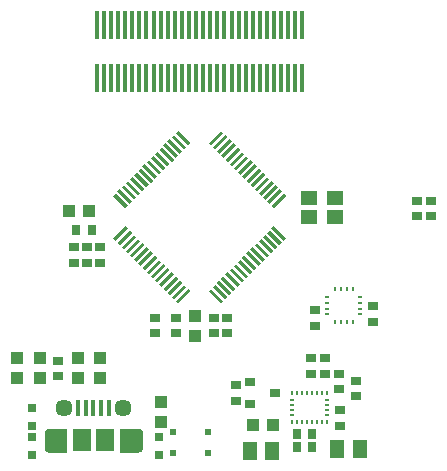
<source format=gtp>
G75*
%MOIN*%
%OFA0B0*%
%FSLAX25Y25*%
%IPPOS*%
%LPD*%
%AMOC8*
5,1,8,0,0,1.08239X$1,22.5*
%
%ADD10R,0.03937X0.04331*%
%ADD11R,0.01378X0.09646*%
%ADD12R,0.03150X0.03150*%
%ADD13R,0.04331X0.03937*%
%ADD14R,0.02756X0.03543*%
%ADD15R,0.03543X0.02756*%
%ADD16R,0.01100X0.05800*%
%ADD17R,0.05512X0.04724*%
%ADD18R,0.00984X0.01575*%
%ADD19R,0.01575X0.00984*%
%ADD20R,0.05906X0.07480*%
%ADD21R,0.01575X0.05315*%
%ADD22C,0.05709*%
%ADD23C,0.00039*%
%ADD24R,0.01063X0.01772*%
%ADD25R,0.01772X0.01063*%
%ADD26R,0.05118X0.05906*%
%ADD27R,0.03543X0.03150*%
%ADD28R,0.02165X0.02362*%
D10*
X0023898Y0036425D03*
X0023898Y0043118D03*
X0031772Y0043118D03*
X0031772Y0036425D03*
X0044370Y0036425D03*
X0044370Y0043118D03*
X0051850Y0043118D03*
X0051850Y0036425D03*
X0071929Y0028551D03*
X0071929Y0021858D03*
X0083346Y0050598D03*
X0083346Y0057291D03*
D11*
X0083740Y0136524D03*
X0081378Y0136524D03*
X0079016Y0136524D03*
X0076654Y0136524D03*
X0074291Y0136524D03*
X0071929Y0136524D03*
X0069567Y0136524D03*
X0067205Y0136524D03*
X0064843Y0136524D03*
X0062480Y0136524D03*
X0060118Y0136524D03*
X0057756Y0136524D03*
X0055394Y0136524D03*
X0053031Y0136524D03*
X0050669Y0136524D03*
X0050669Y0154043D03*
X0053031Y0154043D03*
X0055394Y0154043D03*
X0057756Y0154043D03*
X0060118Y0154043D03*
X0062480Y0154043D03*
X0064843Y0154043D03*
X0067205Y0154043D03*
X0069567Y0154043D03*
X0071929Y0154043D03*
X0074291Y0154043D03*
X0076654Y0154043D03*
X0079016Y0154043D03*
X0081378Y0154043D03*
X0083740Y0154043D03*
X0086102Y0154043D03*
X0088465Y0154043D03*
X0090827Y0154043D03*
X0093189Y0154043D03*
X0095551Y0154043D03*
X0097913Y0154043D03*
X0100276Y0154043D03*
X0102638Y0154043D03*
X0105000Y0154043D03*
X0107362Y0154043D03*
X0109724Y0154043D03*
X0112087Y0154043D03*
X0114449Y0154043D03*
X0116811Y0154043D03*
X0119173Y0154043D03*
X0119173Y0136524D03*
X0116811Y0136524D03*
X0114449Y0136524D03*
X0112087Y0136524D03*
X0109724Y0136524D03*
X0107362Y0136524D03*
X0105000Y0136524D03*
X0102638Y0136524D03*
X0100276Y0136524D03*
X0097913Y0136524D03*
X0095551Y0136524D03*
X0093189Y0136524D03*
X0090827Y0136524D03*
X0088465Y0136524D03*
X0086102Y0136524D03*
D12*
X0029016Y0010835D03*
X0029016Y0016740D03*
X0029016Y0020677D03*
X0029016Y0026583D03*
X0071535Y0016740D03*
X0071535Y0010835D03*
D13*
X0102835Y0020874D03*
X0109528Y0020874D03*
X0048110Y0092134D03*
X0041417Y0092134D03*
D14*
X0043780Y0085835D03*
X0048898Y0085835D03*
X0117402Y0017724D03*
X0117402Y0013394D03*
X0122520Y0013394D03*
X0122520Y0017724D03*
D15*
X0131772Y0020677D03*
X0131772Y0025795D03*
X0136890Y0030520D03*
X0136890Y0035638D03*
X0131457Y0038000D03*
X0126772Y0038000D03*
X0122008Y0038000D03*
X0122008Y0043118D03*
X0126772Y0043118D03*
X0131457Y0032882D03*
X0123465Y0053984D03*
X0123465Y0059102D03*
X0142795Y0060441D03*
X0142795Y0055323D03*
X0157362Y0090362D03*
X0162087Y0090362D03*
X0162087Y0095480D03*
X0157362Y0095480D03*
X0097126Y0034063D03*
X0097126Y0028945D03*
X0093976Y0051386D03*
X0089646Y0051386D03*
X0089646Y0056504D03*
X0093976Y0056504D03*
X0077047Y0056504D03*
X0077047Y0051386D03*
X0069961Y0051386D03*
X0069961Y0056504D03*
X0051850Y0075008D03*
X0047520Y0075008D03*
X0047520Y0080126D03*
X0051850Y0080126D03*
X0043189Y0080126D03*
X0043189Y0075008D03*
X0037677Y0042331D03*
X0037677Y0037213D03*
D16*
G36*
X0070815Y0068352D02*
X0070037Y0069130D01*
X0074137Y0073230D01*
X0074915Y0072452D01*
X0070815Y0068352D01*
G37*
G36*
X0072229Y0066937D02*
X0071451Y0067715D01*
X0075551Y0071815D01*
X0076329Y0071037D01*
X0072229Y0066937D01*
G37*
G36*
X0073644Y0065523D02*
X0072866Y0066301D01*
X0076966Y0070401D01*
X0077744Y0069623D01*
X0073644Y0065523D01*
G37*
G36*
X0074987Y0064180D02*
X0074209Y0064958D01*
X0078309Y0069058D01*
X0079087Y0068280D01*
X0074987Y0064180D01*
G37*
G36*
X0076401Y0062765D02*
X0075623Y0063543D01*
X0079723Y0067643D01*
X0080501Y0066865D01*
X0076401Y0062765D01*
G37*
G36*
X0077816Y0061351D02*
X0077038Y0062129D01*
X0081138Y0066229D01*
X0081916Y0065451D01*
X0077816Y0061351D01*
G37*
G36*
X0069472Y0069695D02*
X0068694Y0070473D01*
X0072794Y0074573D01*
X0073572Y0073795D01*
X0069472Y0069695D01*
G37*
G36*
X0068057Y0071109D02*
X0067279Y0071887D01*
X0071379Y0075987D01*
X0072157Y0075209D01*
X0068057Y0071109D01*
G37*
G36*
X0066643Y0072524D02*
X0065865Y0073302D01*
X0069965Y0077402D01*
X0070743Y0076624D01*
X0066643Y0072524D01*
G37*
G36*
X0065229Y0073938D02*
X0064451Y0074716D01*
X0068551Y0078816D01*
X0069329Y0078038D01*
X0065229Y0073938D01*
G37*
G36*
X0063886Y0075281D02*
X0063108Y0076059D01*
X0067208Y0080159D01*
X0067986Y0079381D01*
X0063886Y0075281D01*
G37*
G36*
X0062471Y0076695D02*
X0061693Y0077473D01*
X0065793Y0081573D01*
X0066571Y0080795D01*
X0062471Y0076695D01*
G37*
G36*
X0061057Y0078110D02*
X0060279Y0078888D01*
X0064379Y0082988D01*
X0065157Y0082210D01*
X0061057Y0078110D01*
G37*
G36*
X0059714Y0079453D02*
X0058936Y0080231D01*
X0063036Y0084331D01*
X0063814Y0083553D01*
X0059714Y0079453D01*
G37*
G36*
X0058299Y0080867D02*
X0057521Y0081645D01*
X0061621Y0085745D01*
X0062399Y0084967D01*
X0058299Y0080867D01*
G37*
G36*
X0056885Y0082282D02*
X0056107Y0083060D01*
X0060207Y0087160D01*
X0060985Y0086382D01*
X0056885Y0082282D01*
G37*
G36*
X0056107Y0097271D02*
X0056885Y0098049D01*
X0060985Y0093949D01*
X0060207Y0093171D01*
X0056107Y0097271D01*
G37*
G36*
X0057521Y0098685D02*
X0058299Y0099463D01*
X0062399Y0095363D01*
X0061621Y0094585D01*
X0057521Y0098685D01*
G37*
G36*
X0058936Y0100099D02*
X0059714Y0100877D01*
X0063814Y0096777D01*
X0063036Y0095999D01*
X0058936Y0100099D01*
G37*
G36*
X0060279Y0101443D02*
X0061057Y0102221D01*
X0065157Y0098121D01*
X0064379Y0097343D01*
X0060279Y0101443D01*
G37*
G36*
X0061693Y0102857D02*
X0062471Y0103635D01*
X0066571Y0099535D01*
X0065793Y0098757D01*
X0061693Y0102857D01*
G37*
G36*
X0063108Y0104271D02*
X0063886Y0105049D01*
X0067986Y0100949D01*
X0067208Y0100171D01*
X0063108Y0104271D01*
G37*
G36*
X0064451Y0105615D02*
X0065229Y0106393D01*
X0069329Y0102293D01*
X0068551Y0101515D01*
X0064451Y0105615D01*
G37*
G36*
X0065865Y0107029D02*
X0066643Y0107807D01*
X0070743Y0103707D01*
X0069965Y0102929D01*
X0065865Y0107029D01*
G37*
G36*
X0067279Y0108443D02*
X0068057Y0109221D01*
X0072157Y0105121D01*
X0071379Y0104343D01*
X0067279Y0108443D01*
G37*
G36*
X0068694Y0109858D02*
X0069472Y0110636D01*
X0073572Y0106536D01*
X0072794Y0105758D01*
X0068694Y0109858D01*
G37*
G36*
X0070037Y0111201D02*
X0070815Y0111979D01*
X0074915Y0107879D01*
X0074137Y0107101D01*
X0070037Y0111201D01*
G37*
G36*
X0071451Y0112615D02*
X0072229Y0113393D01*
X0076329Y0109293D01*
X0075551Y0108515D01*
X0071451Y0112615D01*
G37*
G36*
X0072866Y0114030D02*
X0073644Y0114808D01*
X0077744Y0110708D01*
X0076966Y0109930D01*
X0072866Y0114030D01*
G37*
G36*
X0074209Y0115373D02*
X0074987Y0116151D01*
X0079087Y0112051D01*
X0078309Y0111273D01*
X0074209Y0115373D01*
G37*
G36*
X0075623Y0116787D02*
X0076401Y0117565D01*
X0080501Y0113465D01*
X0079723Y0112687D01*
X0075623Y0116787D01*
G37*
G36*
X0077038Y0118201D02*
X0077816Y0118979D01*
X0081916Y0114879D01*
X0081138Y0114101D01*
X0077038Y0118201D01*
G37*
G36*
X0088705Y0114101D02*
X0087927Y0114879D01*
X0092027Y0118979D01*
X0092805Y0118201D01*
X0088705Y0114101D01*
G37*
G36*
X0090119Y0112687D02*
X0089341Y0113465D01*
X0093441Y0117565D01*
X0094219Y0116787D01*
X0090119Y0112687D01*
G37*
G36*
X0091533Y0111273D02*
X0090755Y0112051D01*
X0094855Y0116151D01*
X0095633Y0115373D01*
X0091533Y0111273D01*
G37*
G36*
X0092877Y0109930D02*
X0092099Y0110708D01*
X0096199Y0114808D01*
X0096977Y0114030D01*
X0092877Y0109930D01*
G37*
G36*
X0094291Y0108515D02*
X0093513Y0109293D01*
X0097613Y0113393D01*
X0098391Y0112615D01*
X0094291Y0108515D01*
G37*
G36*
X0095705Y0107101D02*
X0094927Y0107879D01*
X0099027Y0111979D01*
X0099805Y0111201D01*
X0095705Y0107101D01*
G37*
G36*
X0097049Y0105758D02*
X0096271Y0106536D01*
X0100371Y0110636D01*
X0101149Y0109858D01*
X0097049Y0105758D01*
G37*
G36*
X0098463Y0104343D02*
X0097685Y0105121D01*
X0101785Y0109221D01*
X0102563Y0108443D01*
X0098463Y0104343D01*
G37*
G36*
X0099877Y0102929D02*
X0099099Y0103707D01*
X0103199Y0107807D01*
X0103977Y0107029D01*
X0099877Y0102929D01*
G37*
G36*
X0101291Y0101515D02*
X0100513Y0102293D01*
X0104613Y0106393D01*
X0105391Y0105615D01*
X0101291Y0101515D01*
G37*
G36*
X0102635Y0100171D02*
X0101857Y0100949D01*
X0105957Y0105049D01*
X0106735Y0104271D01*
X0102635Y0100171D01*
G37*
G36*
X0104049Y0098757D02*
X0103271Y0099535D01*
X0107371Y0103635D01*
X0108149Y0102857D01*
X0104049Y0098757D01*
G37*
G36*
X0105463Y0097343D02*
X0104685Y0098121D01*
X0108785Y0102221D01*
X0109563Y0101443D01*
X0105463Y0097343D01*
G37*
G36*
X0106807Y0095999D02*
X0106029Y0096777D01*
X0110129Y0100877D01*
X0110907Y0100099D01*
X0106807Y0095999D01*
G37*
G36*
X0108221Y0094585D02*
X0107443Y0095363D01*
X0111543Y0099463D01*
X0112321Y0098685D01*
X0108221Y0094585D01*
G37*
G36*
X0109635Y0093171D02*
X0108857Y0093949D01*
X0112957Y0098049D01*
X0113735Y0097271D01*
X0109635Y0093171D01*
G37*
G36*
X0108857Y0086382D02*
X0109635Y0087160D01*
X0113735Y0083060D01*
X0112957Y0082282D01*
X0108857Y0086382D01*
G37*
G36*
X0107443Y0084967D02*
X0108221Y0085745D01*
X0112321Y0081645D01*
X0111543Y0080867D01*
X0107443Y0084967D01*
G37*
G36*
X0106029Y0083553D02*
X0106807Y0084331D01*
X0110907Y0080231D01*
X0110129Y0079453D01*
X0106029Y0083553D01*
G37*
G36*
X0104685Y0082210D02*
X0105463Y0082988D01*
X0109563Y0078888D01*
X0108785Y0078110D01*
X0104685Y0082210D01*
G37*
G36*
X0103271Y0080795D02*
X0104049Y0081573D01*
X0108149Y0077473D01*
X0107371Y0076695D01*
X0103271Y0080795D01*
G37*
G36*
X0101857Y0079381D02*
X0102635Y0080159D01*
X0106735Y0076059D01*
X0105957Y0075281D01*
X0101857Y0079381D01*
G37*
G36*
X0100513Y0078038D02*
X0101291Y0078816D01*
X0105391Y0074716D01*
X0104613Y0073938D01*
X0100513Y0078038D01*
G37*
G36*
X0099099Y0076624D02*
X0099877Y0077402D01*
X0103977Y0073302D01*
X0103199Y0072524D01*
X0099099Y0076624D01*
G37*
G36*
X0097685Y0075209D02*
X0098463Y0075987D01*
X0102563Y0071887D01*
X0101785Y0071109D01*
X0097685Y0075209D01*
G37*
G36*
X0096271Y0073795D02*
X0097049Y0074573D01*
X0101149Y0070473D01*
X0100371Y0069695D01*
X0096271Y0073795D01*
G37*
G36*
X0094927Y0072452D02*
X0095705Y0073230D01*
X0099805Y0069130D01*
X0099027Y0068352D01*
X0094927Y0072452D01*
G37*
G36*
X0093513Y0071037D02*
X0094291Y0071815D01*
X0098391Y0067715D01*
X0097613Y0066937D01*
X0093513Y0071037D01*
G37*
G36*
X0092099Y0069623D02*
X0092877Y0070401D01*
X0096977Y0066301D01*
X0096199Y0065523D01*
X0092099Y0069623D01*
G37*
G36*
X0090755Y0068280D02*
X0091533Y0069058D01*
X0095633Y0064958D01*
X0094855Y0064180D01*
X0090755Y0068280D01*
G37*
G36*
X0089341Y0066865D02*
X0090119Y0067643D01*
X0094219Y0063543D01*
X0093441Y0062765D01*
X0089341Y0066865D01*
G37*
G36*
X0087927Y0065451D02*
X0088705Y0066229D01*
X0092805Y0062129D01*
X0092027Y0061351D01*
X0087927Y0065451D01*
G37*
D17*
X0121220Y0090205D03*
X0121220Y0096504D03*
X0129882Y0096504D03*
X0129882Y0090205D03*
D18*
X0130000Y0066150D03*
X0131969Y0066150D03*
X0133937Y0066150D03*
X0135906Y0066150D03*
X0135906Y0055126D03*
X0133937Y0055126D03*
X0131969Y0055126D03*
X0130000Y0055126D03*
D19*
X0127441Y0057685D03*
X0127441Y0059654D03*
X0127441Y0061622D03*
X0127441Y0063591D03*
X0138465Y0063591D03*
X0138465Y0061622D03*
X0138465Y0059654D03*
X0138465Y0057685D03*
D20*
X0053425Y0015756D03*
X0045551Y0015756D03*
D21*
X0044370Y0026386D03*
X0046929Y0026386D03*
X0049488Y0026386D03*
X0052047Y0026386D03*
X0054606Y0026386D03*
D22*
X0059331Y0026386D03*
X0039646Y0026386D03*
D23*
X0040433Y0019496D02*
X0034528Y0019496D01*
X0034265Y0019466D01*
X0034015Y0019379D01*
X0033791Y0019238D01*
X0033604Y0019051D01*
X0033463Y0018827D01*
X0033376Y0018578D01*
X0033346Y0018315D01*
X0033346Y0013197D01*
X0033376Y0012934D01*
X0033463Y0012684D01*
X0033604Y0012460D01*
X0033791Y0012273D01*
X0034015Y0012133D01*
X0034265Y0012045D01*
X0034528Y0012016D01*
X0040433Y0012016D01*
X0040433Y0019496D01*
X0040433Y0019459D02*
X0034243Y0019459D01*
X0034134Y0019421D02*
X0040433Y0019421D01*
X0040433Y0019383D02*
X0034026Y0019383D01*
X0033961Y0019345D02*
X0040433Y0019345D01*
X0040433Y0019307D02*
X0033901Y0019307D01*
X0033840Y0019269D02*
X0040433Y0019269D01*
X0040433Y0019231D02*
X0033784Y0019231D01*
X0033746Y0019194D02*
X0040433Y0019194D01*
X0040433Y0019156D02*
X0033708Y0019156D01*
X0033671Y0019118D02*
X0040433Y0019118D01*
X0040433Y0019080D02*
X0033633Y0019080D01*
X0033598Y0019042D02*
X0040433Y0019042D01*
X0040433Y0019004D02*
X0033574Y0019004D01*
X0033551Y0018966D02*
X0040433Y0018966D01*
X0040433Y0018928D02*
X0033527Y0018928D01*
X0033503Y0018890D02*
X0040433Y0018890D01*
X0040433Y0018853D02*
X0033479Y0018853D01*
X0033459Y0018815D02*
X0040433Y0018815D01*
X0040433Y0018777D02*
X0033446Y0018777D01*
X0033432Y0018739D02*
X0040433Y0018739D01*
X0040433Y0018701D02*
X0033419Y0018701D01*
X0033406Y0018663D02*
X0040433Y0018663D01*
X0040433Y0018625D02*
X0033393Y0018625D01*
X0033379Y0018587D02*
X0040433Y0018587D01*
X0040433Y0018550D02*
X0033373Y0018550D01*
X0033369Y0018512D02*
X0040433Y0018512D01*
X0040433Y0018474D02*
X0033364Y0018474D01*
X0033360Y0018436D02*
X0040433Y0018436D01*
X0040433Y0018398D02*
X0033356Y0018398D01*
X0033352Y0018360D02*
X0040433Y0018360D01*
X0040433Y0018322D02*
X0033347Y0018322D01*
X0033346Y0018284D02*
X0040433Y0018284D01*
X0040433Y0018247D02*
X0033346Y0018247D01*
X0033346Y0018209D02*
X0040433Y0018209D01*
X0040433Y0018171D02*
X0033346Y0018171D01*
X0033346Y0018133D02*
X0040433Y0018133D01*
X0040433Y0018095D02*
X0033346Y0018095D01*
X0033346Y0018057D02*
X0040433Y0018057D01*
X0040433Y0018019D02*
X0033346Y0018019D01*
X0033346Y0017981D02*
X0040433Y0017981D01*
X0040433Y0017943D02*
X0033346Y0017943D01*
X0033346Y0017906D02*
X0040433Y0017906D01*
X0040433Y0017868D02*
X0033346Y0017868D01*
X0033346Y0017830D02*
X0040433Y0017830D01*
X0040433Y0017792D02*
X0033346Y0017792D01*
X0033346Y0017754D02*
X0040433Y0017754D01*
X0040433Y0017716D02*
X0033346Y0017716D01*
X0033346Y0017678D02*
X0040433Y0017678D01*
X0040433Y0017640D02*
X0033346Y0017640D01*
X0033346Y0017603D02*
X0040433Y0017603D01*
X0040433Y0017565D02*
X0033346Y0017565D01*
X0033346Y0017527D02*
X0040433Y0017527D01*
X0040433Y0017489D02*
X0033346Y0017489D01*
X0033346Y0017451D02*
X0040433Y0017451D01*
X0040433Y0017413D02*
X0033346Y0017413D01*
X0033346Y0017375D02*
X0040433Y0017375D01*
X0040433Y0017337D02*
X0033346Y0017337D01*
X0033346Y0017299D02*
X0040433Y0017299D01*
X0040433Y0017262D02*
X0033346Y0017262D01*
X0033346Y0017224D02*
X0040433Y0017224D01*
X0040433Y0017186D02*
X0033346Y0017186D01*
X0033346Y0017148D02*
X0040433Y0017148D01*
X0040433Y0017110D02*
X0033346Y0017110D01*
X0033346Y0017072D02*
X0040433Y0017072D01*
X0040433Y0017034D02*
X0033346Y0017034D01*
X0033346Y0016996D02*
X0040433Y0016996D01*
X0040433Y0016959D02*
X0033346Y0016959D01*
X0033346Y0016921D02*
X0040433Y0016921D01*
X0040433Y0016883D02*
X0033346Y0016883D01*
X0033346Y0016845D02*
X0040433Y0016845D01*
X0040433Y0016807D02*
X0033346Y0016807D01*
X0033346Y0016769D02*
X0040433Y0016769D01*
X0040433Y0016731D02*
X0033346Y0016731D01*
X0033346Y0016693D02*
X0040433Y0016693D01*
X0040433Y0016655D02*
X0033346Y0016655D01*
X0033346Y0016618D02*
X0040433Y0016618D01*
X0040433Y0016580D02*
X0033346Y0016580D01*
X0033346Y0016542D02*
X0040433Y0016542D01*
X0040433Y0016504D02*
X0033346Y0016504D01*
X0033346Y0016466D02*
X0040433Y0016466D01*
X0040433Y0016428D02*
X0033346Y0016428D01*
X0033346Y0016390D02*
X0040433Y0016390D01*
X0040433Y0016352D02*
X0033346Y0016352D01*
X0033346Y0016315D02*
X0040433Y0016315D01*
X0040433Y0016277D02*
X0033346Y0016277D01*
X0033346Y0016239D02*
X0040433Y0016239D01*
X0040433Y0016201D02*
X0033346Y0016201D01*
X0033346Y0016163D02*
X0040433Y0016163D01*
X0040433Y0016125D02*
X0033346Y0016125D01*
X0033346Y0016087D02*
X0040433Y0016087D01*
X0040433Y0016049D02*
X0033346Y0016049D01*
X0033346Y0016012D02*
X0040433Y0016012D01*
X0040433Y0015974D02*
X0033346Y0015974D01*
X0033346Y0015936D02*
X0040433Y0015936D01*
X0040433Y0015898D02*
X0033346Y0015898D01*
X0033346Y0015860D02*
X0040433Y0015860D01*
X0040433Y0015822D02*
X0033346Y0015822D01*
X0033346Y0015784D02*
X0040433Y0015784D01*
X0040433Y0015746D02*
X0033346Y0015746D01*
X0033346Y0015708D02*
X0040433Y0015708D01*
X0040433Y0015671D02*
X0033346Y0015671D01*
X0033346Y0015633D02*
X0040433Y0015633D01*
X0040433Y0015595D02*
X0033346Y0015595D01*
X0033346Y0015557D02*
X0040433Y0015557D01*
X0040433Y0015519D02*
X0033346Y0015519D01*
X0033346Y0015481D02*
X0040433Y0015481D01*
X0040433Y0015443D02*
X0033346Y0015443D01*
X0033346Y0015405D02*
X0040433Y0015405D01*
X0040433Y0015368D02*
X0033346Y0015368D01*
X0033346Y0015330D02*
X0040433Y0015330D01*
X0040433Y0015292D02*
X0033346Y0015292D01*
X0033346Y0015254D02*
X0040433Y0015254D01*
X0040433Y0015216D02*
X0033346Y0015216D01*
X0033346Y0015178D02*
X0040433Y0015178D01*
X0040433Y0015140D02*
X0033346Y0015140D01*
X0033346Y0015102D02*
X0040433Y0015102D01*
X0040433Y0015064D02*
X0033346Y0015064D01*
X0033346Y0015027D02*
X0040433Y0015027D01*
X0040433Y0014989D02*
X0033346Y0014989D01*
X0033346Y0014951D02*
X0040433Y0014951D01*
X0040433Y0014913D02*
X0033346Y0014913D01*
X0033346Y0014875D02*
X0040433Y0014875D01*
X0040433Y0014837D02*
X0033346Y0014837D01*
X0033346Y0014799D02*
X0040433Y0014799D01*
X0040433Y0014761D02*
X0033346Y0014761D01*
X0033346Y0014724D02*
X0040433Y0014724D01*
X0040433Y0014686D02*
X0033346Y0014686D01*
X0033346Y0014648D02*
X0040433Y0014648D01*
X0040433Y0014610D02*
X0033346Y0014610D01*
X0033346Y0014572D02*
X0040433Y0014572D01*
X0040433Y0014534D02*
X0033346Y0014534D01*
X0033346Y0014496D02*
X0040433Y0014496D01*
X0040433Y0014458D02*
X0033346Y0014458D01*
X0033346Y0014420D02*
X0040433Y0014420D01*
X0040433Y0014383D02*
X0033346Y0014383D01*
X0033346Y0014345D02*
X0040433Y0014345D01*
X0040433Y0014307D02*
X0033346Y0014307D01*
X0033346Y0014269D02*
X0040433Y0014269D01*
X0040433Y0014231D02*
X0033346Y0014231D01*
X0033346Y0014193D02*
X0040433Y0014193D01*
X0040433Y0014155D02*
X0033346Y0014155D01*
X0033346Y0014117D02*
X0040433Y0014117D01*
X0040433Y0014080D02*
X0033346Y0014080D01*
X0033346Y0014042D02*
X0040433Y0014042D01*
X0040433Y0014004D02*
X0033346Y0014004D01*
X0033346Y0013966D02*
X0040433Y0013966D01*
X0040433Y0013928D02*
X0033346Y0013928D01*
X0033346Y0013890D02*
X0040433Y0013890D01*
X0040433Y0013852D02*
X0033346Y0013852D01*
X0033346Y0013814D02*
X0040433Y0013814D01*
X0040433Y0013777D02*
X0033346Y0013777D01*
X0033346Y0013739D02*
X0040433Y0013739D01*
X0040433Y0013701D02*
X0033346Y0013701D01*
X0033346Y0013663D02*
X0040433Y0013663D01*
X0040433Y0013625D02*
X0033346Y0013625D01*
X0033346Y0013587D02*
X0040433Y0013587D01*
X0040433Y0013549D02*
X0033346Y0013549D01*
X0033346Y0013511D02*
X0040433Y0013511D01*
X0040433Y0013473D02*
X0033346Y0013473D01*
X0033346Y0013436D02*
X0040433Y0013436D01*
X0040433Y0013398D02*
X0033346Y0013398D01*
X0033346Y0013360D02*
X0040433Y0013360D01*
X0040433Y0013322D02*
X0033346Y0013322D01*
X0033346Y0013284D02*
X0040433Y0013284D01*
X0040433Y0013246D02*
X0033346Y0013246D01*
X0033346Y0013208D02*
X0040433Y0013208D01*
X0040433Y0013170D02*
X0033349Y0013170D01*
X0033354Y0013133D02*
X0040433Y0013133D01*
X0040433Y0013095D02*
X0033358Y0013095D01*
X0033362Y0013057D02*
X0040433Y0013057D01*
X0040433Y0013019D02*
X0033366Y0013019D01*
X0033371Y0012981D02*
X0040433Y0012981D01*
X0040433Y0012943D02*
X0033375Y0012943D01*
X0033386Y0012905D02*
X0040433Y0012905D01*
X0040433Y0012867D02*
X0033399Y0012867D01*
X0033413Y0012829D02*
X0040433Y0012829D01*
X0040433Y0012792D02*
X0033426Y0012792D01*
X0033439Y0012754D02*
X0040433Y0012754D01*
X0040433Y0012716D02*
X0033452Y0012716D01*
X0033467Y0012678D02*
X0040433Y0012678D01*
X0040433Y0012640D02*
X0033491Y0012640D01*
X0033515Y0012602D02*
X0040433Y0012602D01*
X0040433Y0012564D02*
X0033539Y0012564D01*
X0033563Y0012526D02*
X0040433Y0012526D01*
X0040433Y0012489D02*
X0033586Y0012489D01*
X0033614Y0012451D02*
X0040433Y0012451D01*
X0040433Y0012413D02*
X0033652Y0012413D01*
X0033690Y0012375D02*
X0040433Y0012375D01*
X0040433Y0012337D02*
X0033728Y0012337D01*
X0033765Y0012299D02*
X0040433Y0012299D01*
X0040433Y0012261D02*
X0033811Y0012261D01*
X0033871Y0012223D02*
X0040433Y0012223D01*
X0040433Y0012185D02*
X0033931Y0012185D01*
X0033991Y0012148D02*
X0040433Y0012148D01*
X0040433Y0012110D02*
X0034081Y0012110D01*
X0034189Y0012072D02*
X0040433Y0012072D01*
X0040433Y0012034D02*
X0034366Y0012034D01*
X0058543Y0012034D02*
X0064610Y0012034D01*
X0064712Y0012045D02*
X0064961Y0012133D01*
X0065185Y0012273D01*
X0065372Y0012460D01*
X0065513Y0012684D01*
X0065600Y0012934D01*
X0065630Y0013197D01*
X0065630Y0018315D01*
X0065600Y0018578D01*
X0065513Y0018827D01*
X0065372Y0019051D01*
X0065185Y0019238D01*
X0064961Y0019379D01*
X0064712Y0019466D01*
X0064449Y0019496D01*
X0058543Y0019496D01*
X0058543Y0012016D01*
X0064449Y0012016D01*
X0064712Y0012045D01*
X0064787Y0012072D02*
X0058543Y0012072D01*
X0058543Y0012110D02*
X0064896Y0012110D01*
X0064985Y0012148D02*
X0058543Y0012148D01*
X0058543Y0012185D02*
X0065045Y0012185D01*
X0065106Y0012223D02*
X0058543Y0012223D01*
X0058543Y0012261D02*
X0065166Y0012261D01*
X0065211Y0012299D02*
X0058543Y0012299D01*
X0058543Y0012337D02*
X0065249Y0012337D01*
X0065287Y0012375D02*
X0058543Y0012375D01*
X0058543Y0012413D02*
X0065325Y0012413D01*
X0065362Y0012451D02*
X0058543Y0012451D01*
X0058543Y0012489D02*
X0065390Y0012489D01*
X0065414Y0012526D02*
X0058543Y0012526D01*
X0058543Y0012564D02*
X0065437Y0012564D01*
X0065461Y0012602D02*
X0058543Y0012602D01*
X0058543Y0012640D02*
X0065485Y0012640D01*
X0065509Y0012678D02*
X0058543Y0012678D01*
X0058543Y0012716D02*
X0065524Y0012716D01*
X0065537Y0012754D02*
X0058543Y0012754D01*
X0058543Y0012792D02*
X0065550Y0012792D01*
X0065564Y0012829D02*
X0058543Y0012829D01*
X0058543Y0012867D02*
X0065577Y0012867D01*
X0065590Y0012905D02*
X0058543Y0012905D01*
X0058543Y0012943D02*
X0065601Y0012943D01*
X0065606Y0012981D02*
X0058543Y0012981D01*
X0058543Y0013019D02*
X0065610Y0013019D01*
X0065614Y0013057D02*
X0058543Y0013057D01*
X0058543Y0013095D02*
X0065618Y0013095D01*
X0065623Y0013133D02*
X0058543Y0013133D01*
X0058543Y0013170D02*
X0065627Y0013170D01*
X0065630Y0013208D02*
X0058543Y0013208D01*
X0058543Y0013246D02*
X0065630Y0013246D01*
X0065630Y0013284D02*
X0058543Y0013284D01*
X0058543Y0013322D02*
X0065630Y0013322D01*
X0065630Y0013360D02*
X0058543Y0013360D01*
X0058543Y0013398D02*
X0065630Y0013398D01*
X0065630Y0013436D02*
X0058543Y0013436D01*
X0058543Y0013473D02*
X0065630Y0013473D01*
X0065630Y0013511D02*
X0058543Y0013511D01*
X0058543Y0013549D02*
X0065630Y0013549D01*
X0065630Y0013587D02*
X0058543Y0013587D01*
X0058543Y0013625D02*
X0065630Y0013625D01*
X0065630Y0013663D02*
X0058543Y0013663D01*
X0058543Y0013701D02*
X0065630Y0013701D01*
X0065630Y0013739D02*
X0058543Y0013739D01*
X0058543Y0013777D02*
X0065630Y0013777D01*
X0065630Y0013814D02*
X0058543Y0013814D01*
X0058543Y0013852D02*
X0065630Y0013852D01*
X0065630Y0013890D02*
X0058543Y0013890D01*
X0058543Y0013928D02*
X0065630Y0013928D01*
X0065630Y0013966D02*
X0058543Y0013966D01*
X0058543Y0014004D02*
X0065630Y0014004D01*
X0065630Y0014042D02*
X0058543Y0014042D01*
X0058543Y0014080D02*
X0065630Y0014080D01*
X0065630Y0014117D02*
X0058543Y0014117D01*
X0058543Y0014155D02*
X0065630Y0014155D01*
X0065630Y0014193D02*
X0058543Y0014193D01*
X0058543Y0014231D02*
X0065630Y0014231D01*
X0065630Y0014269D02*
X0058543Y0014269D01*
X0058543Y0014307D02*
X0065630Y0014307D01*
X0065630Y0014345D02*
X0058543Y0014345D01*
X0058543Y0014383D02*
X0065630Y0014383D01*
X0065630Y0014420D02*
X0058543Y0014420D01*
X0058543Y0014458D02*
X0065630Y0014458D01*
X0065630Y0014496D02*
X0058543Y0014496D01*
X0058543Y0014534D02*
X0065630Y0014534D01*
X0065630Y0014572D02*
X0058543Y0014572D01*
X0058543Y0014610D02*
X0065630Y0014610D01*
X0065630Y0014648D02*
X0058543Y0014648D01*
X0058543Y0014686D02*
X0065630Y0014686D01*
X0065630Y0014724D02*
X0058543Y0014724D01*
X0058543Y0014761D02*
X0065630Y0014761D01*
X0065630Y0014799D02*
X0058543Y0014799D01*
X0058543Y0014837D02*
X0065630Y0014837D01*
X0065630Y0014875D02*
X0058543Y0014875D01*
X0058543Y0014913D02*
X0065630Y0014913D01*
X0065630Y0014951D02*
X0058543Y0014951D01*
X0058543Y0014989D02*
X0065630Y0014989D01*
X0065630Y0015027D02*
X0058543Y0015027D01*
X0058543Y0015064D02*
X0065630Y0015064D01*
X0065630Y0015102D02*
X0058543Y0015102D01*
X0058543Y0015140D02*
X0065630Y0015140D01*
X0065630Y0015178D02*
X0058543Y0015178D01*
X0058543Y0015216D02*
X0065630Y0015216D01*
X0065630Y0015254D02*
X0058543Y0015254D01*
X0058543Y0015292D02*
X0065630Y0015292D01*
X0065630Y0015330D02*
X0058543Y0015330D01*
X0058543Y0015368D02*
X0065630Y0015368D01*
X0065630Y0015405D02*
X0058543Y0015405D01*
X0058543Y0015443D02*
X0065630Y0015443D01*
X0065630Y0015481D02*
X0058543Y0015481D01*
X0058543Y0015519D02*
X0065630Y0015519D01*
X0065630Y0015557D02*
X0058543Y0015557D01*
X0058543Y0015595D02*
X0065630Y0015595D01*
X0065630Y0015633D02*
X0058543Y0015633D01*
X0058543Y0015671D02*
X0065630Y0015671D01*
X0065630Y0015708D02*
X0058543Y0015708D01*
X0058543Y0015746D02*
X0065630Y0015746D01*
X0065630Y0015784D02*
X0058543Y0015784D01*
X0058543Y0015822D02*
X0065630Y0015822D01*
X0065630Y0015860D02*
X0058543Y0015860D01*
X0058543Y0015898D02*
X0065630Y0015898D01*
X0065630Y0015936D02*
X0058543Y0015936D01*
X0058543Y0015974D02*
X0065630Y0015974D01*
X0065630Y0016012D02*
X0058543Y0016012D01*
X0058543Y0016049D02*
X0065630Y0016049D01*
X0065630Y0016087D02*
X0058543Y0016087D01*
X0058543Y0016125D02*
X0065630Y0016125D01*
X0065630Y0016163D02*
X0058543Y0016163D01*
X0058543Y0016201D02*
X0065630Y0016201D01*
X0065630Y0016239D02*
X0058543Y0016239D01*
X0058543Y0016277D02*
X0065630Y0016277D01*
X0065630Y0016315D02*
X0058543Y0016315D01*
X0058543Y0016352D02*
X0065630Y0016352D01*
X0065630Y0016390D02*
X0058543Y0016390D01*
X0058543Y0016428D02*
X0065630Y0016428D01*
X0065630Y0016466D02*
X0058543Y0016466D01*
X0058543Y0016504D02*
X0065630Y0016504D01*
X0065630Y0016542D02*
X0058543Y0016542D01*
X0058543Y0016580D02*
X0065630Y0016580D01*
X0065630Y0016618D02*
X0058543Y0016618D01*
X0058543Y0016655D02*
X0065630Y0016655D01*
X0065630Y0016693D02*
X0058543Y0016693D01*
X0058543Y0016731D02*
X0065630Y0016731D01*
X0065630Y0016769D02*
X0058543Y0016769D01*
X0058543Y0016807D02*
X0065630Y0016807D01*
X0065630Y0016845D02*
X0058543Y0016845D01*
X0058543Y0016883D02*
X0065630Y0016883D01*
X0065630Y0016921D02*
X0058543Y0016921D01*
X0058543Y0016959D02*
X0065630Y0016959D01*
X0065630Y0016996D02*
X0058543Y0016996D01*
X0058543Y0017034D02*
X0065630Y0017034D01*
X0065630Y0017072D02*
X0058543Y0017072D01*
X0058543Y0017110D02*
X0065630Y0017110D01*
X0065630Y0017148D02*
X0058543Y0017148D01*
X0058543Y0017186D02*
X0065630Y0017186D01*
X0065630Y0017224D02*
X0058543Y0017224D01*
X0058543Y0017262D02*
X0065630Y0017262D01*
X0065630Y0017299D02*
X0058543Y0017299D01*
X0058543Y0017337D02*
X0065630Y0017337D01*
X0065630Y0017375D02*
X0058543Y0017375D01*
X0058543Y0017413D02*
X0065630Y0017413D01*
X0065630Y0017451D02*
X0058543Y0017451D01*
X0058543Y0017489D02*
X0065630Y0017489D01*
X0065630Y0017527D02*
X0058543Y0017527D01*
X0058543Y0017565D02*
X0065630Y0017565D01*
X0065630Y0017603D02*
X0058543Y0017603D01*
X0058543Y0017640D02*
X0065630Y0017640D01*
X0065630Y0017678D02*
X0058543Y0017678D01*
X0058543Y0017716D02*
X0065630Y0017716D01*
X0065630Y0017754D02*
X0058543Y0017754D01*
X0058543Y0017792D02*
X0065630Y0017792D01*
X0065630Y0017830D02*
X0058543Y0017830D01*
X0058543Y0017868D02*
X0065630Y0017868D01*
X0065630Y0017906D02*
X0058543Y0017906D01*
X0058543Y0017943D02*
X0065630Y0017943D01*
X0065630Y0017981D02*
X0058543Y0017981D01*
X0058543Y0018019D02*
X0065630Y0018019D01*
X0065630Y0018057D02*
X0058543Y0018057D01*
X0058543Y0018095D02*
X0065630Y0018095D01*
X0065630Y0018133D02*
X0058543Y0018133D01*
X0058543Y0018171D02*
X0065630Y0018171D01*
X0065630Y0018209D02*
X0058543Y0018209D01*
X0058543Y0018247D02*
X0065630Y0018247D01*
X0065630Y0018284D02*
X0058543Y0018284D01*
X0058543Y0018322D02*
X0065629Y0018322D01*
X0065625Y0018360D02*
X0058543Y0018360D01*
X0058543Y0018398D02*
X0065621Y0018398D01*
X0065616Y0018436D02*
X0058543Y0018436D01*
X0058543Y0018474D02*
X0065612Y0018474D01*
X0065608Y0018512D02*
X0058543Y0018512D01*
X0058543Y0018550D02*
X0065603Y0018550D01*
X0065597Y0018587D02*
X0058543Y0018587D01*
X0058543Y0018625D02*
X0065584Y0018625D01*
X0065570Y0018663D02*
X0058543Y0018663D01*
X0058543Y0018701D02*
X0065557Y0018701D01*
X0065544Y0018739D02*
X0058543Y0018739D01*
X0058543Y0018777D02*
X0065531Y0018777D01*
X0065517Y0018815D02*
X0058543Y0018815D01*
X0058543Y0018853D02*
X0065497Y0018853D01*
X0065473Y0018890D02*
X0058543Y0018890D01*
X0058543Y0018928D02*
X0065450Y0018928D01*
X0065426Y0018966D02*
X0058543Y0018966D01*
X0058543Y0019004D02*
X0065402Y0019004D01*
X0065378Y0019042D02*
X0058543Y0019042D01*
X0058543Y0019080D02*
X0065344Y0019080D01*
X0065306Y0019118D02*
X0058543Y0019118D01*
X0058543Y0019156D02*
X0065268Y0019156D01*
X0065230Y0019194D02*
X0058543Y0019194D01*
X0058543Y0019231D02*
X0065192Y0019231D01*
X0065136Y0019269D02*
X0058543Y0019269D01*
X0058543Y0019307D02*
X0065076Y0019307D01*
X0065015Y0019345D02*
X0058543Y0019345D01*
X0058543Y0019383D02*
X0064950Y0019383D01*
X0064842Y0019421D02*
X0058543Y0019421D01*
X0058543Y0019459D02*
X0064734Y0019459D01*
D24*
X0115610Y0021957D03*
X0117303Y0021957D03*
X0118996Y0021957D03*
X0120689Y0021957D03*
X0122382Y0021957D03*
X0124075Y0021957D03*
X0125768Y0021957D03*
X0127461Y0021957D03*
X0127461Y0031602D03*
X0125768Y0031602D03*
X0124075Y0031602D03*
X0122382Y0031602D03*
X0120689Y0031602D03*
X0118996Y0031602D03*
X0117303Y0031602D03*
X0115610Y0031602D03*
D25*
X0115728Y0029319D03*
X0115728Y0027626D03*
X0115728Y0025933D03*
X0115728Y0024240D03*
X0127343Y0024240D03*
X0127343Y0025933D03*
X0127343Y0027626D03*
X0127343Y0029319D03*
D26*
X0130787Y0013000D03*
X0138268Y0013000D03*
X0109134Y0012213D03*
X0101654Y0012213D03*
D27*
X0101850Y0027764D03*
X0101850Y0035244D03*
X0110118Y0031504D03*
D28*
X0087697Y0018472D03*
X0087697Y0011386D03*
X0076083Y0011386D03*
X0076083Y0018472D03*
M02*

</source>
